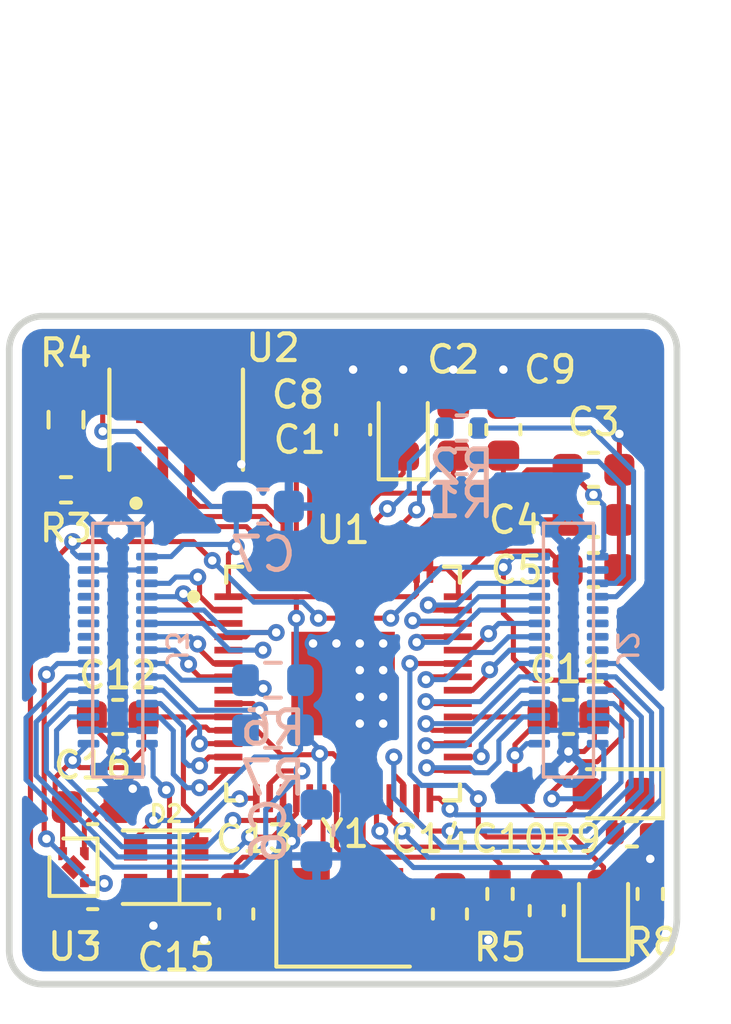
<source format=kicad_pcb>
(kicad_pcb (version 20221018) (generator pcbnew)
  (layers (0 "F.Cu" signal) (31 "B.Cu" signal) (34 "B.Paste" user) (35 "F.Paste" user) (36 "B.SilkS" user "B.Silkscreen") (37 "F.SilkS" user "F.Silkscreen") (38 "B.Mask" user) (39 "F.Mask" user) (44 "Edge.Cuts" user))
  (net 0 "")
  (net 1 "+3V3")
  (net 2 "GND")
  (net 3 "Net-(U1-VREG_VOUT)")
  (net 4 "/XIN")
  (net 5 "Net-(C14-Pad1)")
  (net 6 "+5V")
  (net 7 "Net-(D1-K)")
  (net 8 "/USB_DP")
  (net 9 "/USB_DM")
  (net 10 "/LED")
  (net 12 "/LED_DI")
  (net 23 "Net-(U1-USB_DM)")
  (net 24 "Net-(U1-USB_DP)")
  (net 25 "/TX0")
  (net 26 "/RX0")
  (net 27 "/SCK0")
  (net 28 "/MOSI0")
  (net 29 "/MISO0")
  (net 30 "/GPIO5")
  (net 31 "/qCSN")
  (net 32 "/XOUT")
  (net 33 "/SDA")
  (net 34 "/GPIO9")
  (net 35 "/GPIO10")
  (net 36 "/GPIO11")
  (net 37 "/MISO1")
  (net 38 "/SWCLK")
  (net 39 "/SWDIO")
  (net 40 "/RUN")
  (net 41 "/GPIO13")
  (net 42 "/SCK1")
  (net 43 "/qSD3")
  (net 44 "/qSD0")
  (net 45 "/qSD2")
  (net 46 "/qSD1")
  (net 47 "/MOSI1")
  (net 48 "/GPIO16")
  (net 49 "/GPIO17")
  (net 50 "/GPIO18")
  (net 51 "/GPIO19")
  (net 52 "/GPIO20")
  (net 53 "/GPIO21")
  (net 54 "/GPIO22")
  (net 55 "/GPIO23")
  (net 56 "/GPIO24")
  (net 57 "/ADC0")
  (net 58 "/ADC1")
  (net 59 "/ADC2")
  (net 60 "/ADC3")
  (net 61 "/SCL")
  (net 62 "Net-(U2-~{CS})")
  (net 63 "Net-(D3-K)")
  (net 64 "/qSCK")
  (net 65 "/VREG_EN")
  (footprint "Capacitor_SMD:C_0603_1608Metric" (layer "F.Cu") (at 36.75 32)
    (fp_text reference "C11")
    (fp_text value "1u")
  )
  (footprint "Resistor_SMD:R_0402_1005Metric" (layer "F.Cu") (at 21.7 25.2)
    (fp_text reference "R3")
    (fp_text value "1k")
  )
  (footprint "Capacitor_SMD:C_0603_1608Metric" (layer "F.Cu") (at 22.5 38.265)
    (fp_text reference "C15")
    (fp_text value "1u")
  )
  (footprint "Resistor_SMD:R_0402_1005Metric" (layer "F.Cu") (at 39.2 37.3 90)
    (fp_text reference "R8")
    (fp_text value "27.4")
  )
  (footprint "Capacitor_SMD:C_0603_1608Metric" (layer "F.Cu") (at 37.5 26.1)
    (fp_text reference "C4")
    (fp_text value "100n")
  )
  (footprint "Capacitor_SMD:C_0603_1608Metric" (layer "F.Cu") (at 23.25 32 180)
    (fp_text reference "C12")
    (fp_text value "100n")
  )
  (footprint "Customs_LED:LED_WS2812B_PLCC4_2.0x2.0mm_P0.4mm" (layer "F.Cu") (at 24.7 36.5)
    (fp_text reference "D2")
    (fp_text value "WS2812B")
  )
  (footprint "Capacitor_SMD:C_0603_1608Metric" (layer "F.Cu") (at 33.3 23.4 90)
    (fp_text reference "C2")
    (fp_text value "100n")
  )
  (footprint "Capacitor_SMD:C_0603_1608Metric" (layer "F.Cu") (at 37.5 27.6)
    (fp_text reference "C5")
    (fp_text value "100n")
  )
  (footprint "Customs_Memory:SON80P400X300X60-10N" (layer "F.Cu") (at 25 23.1 90)
    (fp_text reference "U2")
    (fp_text value locked "MX25L3233FZBI")
  )
  (footprint "Resistor_SMD:R_0603_1608Metric" (layer "F.Cu") (at 21.7 23.1 90)
    (fp_text reference "R4")
    (fp_text value "10k")
  )
  (footprint "Capacitor_SMD:C_0603_1608Metric" (layer "F.Cu") (at 33.2 37.9 -90)
    (fp_text reference "C14")
    (fp_text value "22pf")
  )
  (footprint "Capacitor_SMD:C_0603_1608Metric" (layer "F.Cu") (at 37.5 24.6)
    (fp_text reference "C3")
    (fp_text value "100n")
  )
  (footprint "Capacitor_SMD:C_0603_1608Metric" (layer "F.Cu") (at 22.5 34.7)
    (fp_text reference "C16")
    (fp_text value "1u")
  )
  (footprint "LED_SMD:LED_0603_1608Metric" (layer "F.Cu") (at 37.8 37.8 90)
    (fp_text reference "D1" hide)
    (fp_text value "LED")
  )
  (footprint "LED_SMD:LED_0603_1608Metric" (layer "F.Cu") (at 38.1 34.3 180)
    (fp_text reference "D3" hide)
    (fp_text value "LED")
  )
  (footprint "Crystal:Crystal_SMD_SeikoEpson_TSX3225-4Pin_3.2x2.5mm" (layer "F.Cu") (at 30 37.9)
    (fp_text reference "Y1")
    (fp_text value "12MHz")
  )
  (footprint "Resistor_SMD:R_0402_1005Metric" (layer "F.Cu") (at 38.65 35.5)
    (fp_text reference "R9")
    (fp_text value "27.4")
  )
  (footprint "Capacitor_SMD:C_0603_1608Metric" (layer "F.Cu") (at 36.1 37.8 -90)
    (fp_text reference "C10")
    (fp_text value "100n")
  )
  (footprint "Capacitor_SMD:C_0603_1608Metric" (layer "F.Cu") (at 26.8 37.9 -90)
    (fp_text reference "C13")
    (fp_text value "22pf")
  )
  (footprint "RP2040:QFN40P700X700X90-57N" (layer "F.Cu") (at 30 31)
    (fp_text reference "U1")
    (fp_text value "RP2040")
  )
  (footprint "LED_SMD:LED_0603_1608Metric" (layer "F.Cu") (at 31.8 23.4 90)
    (fp_text reference "C1")
    (fp_text value "100n")
  )
  (footprint "Capacitor_SMD:C_0603_1608Metric" (layer "F.Cu") (at 30.3 23.4 90)
    (fp_text reference "C8")
    (fp_text value "1u")
  )
  (footprint "Resistor_SMD:R_0402_1005Metric" (layer "F.Cu") (at 34.7 37.3 -90)
    (fp_text reference "R5")
    (fp_text value "1k")
  )
  (footprint "Capacitor_SMD:C_0603_1608Metric" (layer "F.Cu") (at 34.8 23.4 90)
    (fp_text reference "C9")
    (fp_text value "100n")
  )
  (footprint "Package_DFN_QFN:OnSemi_XDFN4-1EP_1.0x1.0mm_EP0.52x0.52mm" (layer "F.Cu") (at 21.925 36.5)
    (fp_text reference "U3")
    (fp_text value "NCP163AFCT330T2G")
  )
  (footprint "Resistor_SMD:R_0603_1608Metric" (layer "B.Cu") (at 27.9 30.9)
    (fp_text reference "R6")
    (fp_text value "4.7k")
  )
  (footprint "Resistor_SMD:R_0402_1005Metric" (layer "B.Cu") (at 33.55 23.35)
    (fp_text reference "R2")
    (fp_text value "27")
  )
  (footprint "Customs_Connectors:TE-3-2363962-0_30x0.4mm_Plug" (layer "B.Cu") (at 23.25 30 90)
    (fp_text reference "J3")
    (fp_text value "Conn_02x15_Top_Bottom")
  )
  (footprint "Customs_Connectors:TE-3-2363962-0_30x0.4mm_Plug" (layer "B.Cu") (at 36.75 30 90)
    (fp_text reference "J2")
    (fp_text value "Conn_02x15_Top_Bottom")
  )
  (footprint "Resistor_SMD:R_0603_1608Metric" (layer "B.Cu") (at 27.9 32.4)
    (fp_text reference "R7")
    (fp_text value "4.7k")
  )
  (footprint "Resistor_SMD:R_0402_1005Metric" (layer "B.Cu") (at 33.55 24.35)
    (fp_text reference "R1")
    (fp_text value "27")
  )
  (footprint "Capacitor_SMD:C_0603_1608Metric" (layer "B.Cu") (at 29.2 35.4 -90)
    (fp_text reference "C6")
    (fp_text value "100n")
  )
  (footprint "Capacitor_SMD:C_0603_1608Metric" (layer "B.Cu") (at 27.6 25.7)
    (fp_text reference "C7")
    (fp_text value "100n")
  )
  (gr_arc (start 20 20.999993) (mid 20.292891 20.292889) (end 20.999993 19.999993) (stroke (width 0.2)) (layer "Edge.Cuts"))
  (gr_line (start 38 40) (end 21.000001 40) (stroke (width 0.2)) (layer "Edge.Cuts"))
  (gr_line (start 20.999993 19.999993) (end 39.000127 19.999873) (stroke (width 0.2)) (layer "Edge.Cuts"))
  (gr_arc (start 39.000127 19.999873) (mid 39.707161 20.292809) (end 40 20.999873) (stroke (width 0.2)) (layer "Edge.Cuts"))
  (gr_line (start 40 20.999873) (end 40 38) (stroke (width 0.2)) (layer "Edge.Cuts"))
  (gr_arc (start 40 38) (mid 39.414214 39.414214) (end 38 40) (stroke (width 0.2)) (layer "Edge.Cuts"))
  (gr_line (start 20.000001 39) (end 20 20.999993) (stroke (width 0.2)) (layer "Edge.Cuts"))
  (gr_arc (start 21.000001 40) (mid 20.292894 39.707107) (end 20.000001 39) (stroke (width 0.2)) (layer "Edge.Cuts"))
  (segment (start 33.75 26.8) (end 34.45 26.1) (width 0.15) (layer "F.Cu") (net 1))
  (segment (start 24.025 32) (end 26.565 32) (width 0.1524) (layer "F.Cu") (net 1))
  (segment (start 30.6 25.8) (end 30.6 27.865) (width 0.15) (layer "F.Cu") (net 1))
  (segment (start 35.147626 34.347626) (end 35.147626 33.151382) (width 0.1524) (layer "F.Cu") (net 1))
  (segment (start 32.6 27.565) (end 33.115 27.565) (width 0.15) (layer "F.Cu") (net 1))
  (segment (start 31.5 25) (end 30.9 25) (width 0.15) (layer "F.Cu") (net 1))
  (segment (start 22.8 22.765) (end 22.8 23.45) (width 0.1524) (layer "F.Cu") (net 1))
  (segment (start 27.0175 32) (end 26.565 32) (width 0.1524) (layer "F.Cu") (net 1))
  (segment (start 29.7 33.1) (end 30.2 33.6) (width 0.1524) (layer "F.Cu") (net 1))
  (segment (start 31.8 24.175) (end 31.8 24.7) (width 0.15) (layer "F.Cu") (net 1))
  (segment (start 23.4824 33.5176) (end 24.025 32.975) (width 0.1524) (layer "F.Cu") (net 1))
  (segment (start 30.2 27.565) (end 30.2 28.4) (width 0.1524) (layer "F.Cu") (net 1))
  (segment (start 21.375 34.65) (end 21.375 33.825) (width 0.15) (layer "F.Cu") (net 1))
  (segment (start 26.565 28.4) (end 28.5 28.4) (width 0.1524) (layer "F.Cu") (net 1))
  (segment (start 21.375 33.825) (end 21.9 33.3) (width 0.15) (layer "F.Cu") (net 1))
  (segment (start 26.565 28.4) (end 26.565 27.135) (width 0.1524) (layer "F.Cu") (net 1))
  (segment (start 23.4425 21.765) (end 22.8 22.4075) (width 0.1524) (layer "F.Cu") (net 1))
  (segment (start 22.8 22.4075) (end 22.8 22.765) (width 0.1524) (layer "F.Cu") (net 1))
  (segment (start 30.6 28.4) (end 31.003427 28.4) (width 0.1524) (layer "F.Cu") (net 1))
  (segment (start 35.147626 33.151382) (end 35.147626 32.827374) (width 0.1524) (layer "F.Cu") (net 1))
  (segment (start 30.2 25.7) (end 30.2 27.865) (width 0.15) (layer "F.Cu") (net 1))
  (segment (start 37.3125 34.3) (end 36.6625 34.95) (width 0.1524) (layer "F.Cu") (net 1))
  (segment (start 29.3 33.1) (end 29.267678 33.132322) (width 0.1524) (layer "F.Cu") (net 1))
  (segment (start 33.45 28.385) (end 33.435 28.4) (width 0.15) (layer "F.Cu") (net 1))
  (segment (start 33.700658 26.427) (end 32.735448 26.427) (width 0.15) (layer "F.Cu") (net 1))
  (segment (start 32.6 27.865) (end 32.6 27) (width 0.15) (layer "F.Cu") (net 1))
  (segment (start 32.1175 28.4) (end 32.2 28.3175) (width 0.1524) (layer "F.Cu") (net 1))
  (segment (start 32.2 26.962448) (end 32.2 27.865) (width 0.15) (layer "F.Cu") (net 1))
  (segment (start 22.1176 33.5176) (end 23.4824 33.5176) (width 0.1524) (layer "F.Cu") (net 1))
  (segment (start 21.6 36.015) (end 21.6 34.875) (width 0.15) (layer "F.Cu") (net 1))
  (segment (start 21.6 34.875) (end 21.375 34.65) (width 0.15) (layer "F.Cu") (net 1))
  (segment (start 36.75 24.6) (end 37.5 25.35) (width 0.15) (layer "F.Cu") (net 1))
  (segment (start 34.45 26.1) (end 36.725 26.1) (width 0.15) (layer "F.Cu") (net 1))
  (segment (start 28.149822 33.132322) (end 27.0175 32) (width 0.1524) (layer "F.Cu") (net 1))
  (segment (start 28.5 28.4) (end 28.6 28.4) (width 0.1524) (layer "F.Cu") (net 1))
  (segment (start 30.6 27.565) (end 30.6 28.4) (width 0.1524) (layer "F.Cu") (net 1))
  (segment (start 32.2 28.3175) (end 32.2 27.565) (width 0.1524) (layer "F.Cu") (net 1))
  (segment (start 36.725 24.6) (end 35.527658 24.6) (width 0.15) (layer "F.Cu") (net 1))
  (segment (start 30.2 28.4) (end 30.6 28.4) (width 0.1524) (layer "F.Cu") (net 1))
  (segment (start 33.3 24.175) (end 33.3 24.9) (width 0.15) (layer "F.Cu") (net 1))
  (segment (start 33.3 24.9) (end 32.9 25.3) (width 0.15) (layer "F.Cu") (net 1))
  (segment (start 30.2 33.6) (end 30.2 34.435) (width 0.1524) (layer "F.Cu") (net 1))
  (segment (start 36.1603 27.0353) (end 34.3147 27.0353) (width 0.1524) (layer "F.Cu") (net 1))
  (segment (start 33.45 27.9) (end 33.45 28.385) (width 0.15) (layer "F.Cu") (net 1))
  (segment (start 23.785 35.6341) (end 23.785 35.95) (width 0.1524) (layer "F.Cu") (net 1))
  (segment (start 36.6625 34.95) (end 35.75 34.95) (width 0.1524) (layer "F.Cu") (net 1))
  (segment (start 29.3 33.1) (end 29.7 33.1) (width 0.1524) (layer "F.Cu") (net 1))
  (segment (start 32.6 27.565) (end 32.2 27.565) (width 0.15) (layer "F.Cu") (net 1))
  (segment (start 31.8 24.7) (end 31.5 25) (width 0.15) (layer "F.Cu") (net 1))
  (segment (start 31.003427 28.4) (end 32.1175 28.4) (width 0.1524) (layer "F.Cu") (net 1))
  (segment (start 21.9 33.3) (end 22.1176 33.5176) (width 0.1524) (layer "F.Cu") (net 1))
  (segment (start 31.1 25.3) (end 30.6 25.8) (width 0.15) (layer "F.Cu") (net 1))
  (segment (start 23.8 21.765) (end 23.4425 21.765) (width 0.1524) (layer "F.Cu") (net 1))
  (segment (start 32.8 26.8) (end 33.75 26.8) (width 0.15) (layer "F.Cu") (net 1))
  (segment (start 21.7 22.275) (end 22.31 22.275) (width 0.1524) (layer "F.Cu") (net 1))
  (segment (start 22.31 22.275) (end 22.8 22.765) (width 0.1524) (layer "F.Cu") (net 1))
  (segment (start 36.725 24.6) (end 36.75 24.6) (width 0.15) (layer "F.Cu") (net 1))
  (segment (start 28.6 28.4) (end 30.2 28.4) (width 0.1524) (layer "F.Cu") (net 1))
  (segment (start 33.115 27.565) (end 33.45 27.9) (width 0.15) (layer "F.Cu") (net 1))
  (segment (start 34.3147 27.0353) (end 33.45 27.9) (width 0.1524) (layer "F.Cu") (net 1))
  (segment (start 32.735448 26.427) (end 32.2 26.962448) (width 0.15) (layer "F.Cu") (net 1))
  (segment (start 32.9 25.3) (end 31.1 25.3) (width 0.15) (layer "F.Cu") (net 1))
  (segment (start 24.3191 35.1) (end 23.785 35.6341) (width 0.1524) (layer "F.Cu") (net 1))
  (segment (start 26.565 27.135) (end 26.8 26.9) (width 0.1524) (layer "F.Cu") (net 1))
  (segment (start 35.75 34.95) (end 35.147626 34.347626) (width 0.1524) (layer "F.Cu") (net 1))
  (segment (start 29.267678 33.132322) (end 28.149822 33.132322) (width 0.1524) (layer "F.Cu") (net 1))
  (segment (start 36.725 27.6) (end 36.1603 27.0353) (width 0.1524) (layer "F.Cu") (net 1))
  (segment (start 24.025 32.975) (end 24.025 32) (width 0.1524) (layer "F.Cu") (net 1))
  (segment (start 28.6 29.044098) (end 28.6 28.4) (width 0.1524) (layer "F.Cu") (net 1))
  (segment (start 30.9 25) (end 30.2 25.7) (width 0.15) (layer "F.Cu") (net 1))
  (segment (start 35.975 32) (end 33.435 32) (width 0.1524) (layer "F.Cu") (net 1))
  (segment (start 32.6 27) (end 32.8 26.8) (width 0.15) (layer "F.Cu") (net 1))
  (segment (start 35.147626 32.827374) (end 35.975 32) (width 0.1524) (layer "F.Cu") (net 1))
  (segment (start 35.527658 24.6) (end 33.700658 26.427) (width 0.15) (layer "F.Cu") (net 1))
  (via (at 35.147626 33.151382) (size 0.508) (drill 0.254) (layers "F.Cu" "B.Cu") (net 1))
  (via (at 22.8 23.45) (size 0.508) (drill 0.254) (layers "F.Cu" "B.Cu") (net 1))
  (via (at 24.3191 35.1) (size 0.508) (drill 0.254) (layers "F.Cu" "B.Cu") (net 1))
  (via (at 29.3 33.1) (size 0.508) (drill 0.254) (layers "F.Cu" "B.Cu") (net 1))
  (via (at 37.5 25.35) (size 0.508) (drill 0.254) (layers "F.Cu" "B.Cu") (net 1))
  (via (at 26.8 26.9) (size 0.508) (drill 0.254) (layers "F.Cu" "B.Cu") (net 1))
  (via (at 28.6 29.044098) (size 0.508) (drill 0.254) (layers "F.Cu" "B.Cu") (net 1))
  (via (at 21.9 33.3) (size 0.508) (drill 0.254) (layers "F.Cu" "B.Cu") (net 1))
  (segment (start 35.875 32.8) (end 35.499008 32.8) (width 0.1524) (layer "B.Cu") (net 1))
  (segment (start 22.8 23.45) (end 23.8 23.45) (width 0.1524) (layer "B.Cu") (net 1))
  (segment (start 35.499008 32.8) (end 35.147626 33.151382) (width 0.1524) (layer "B.Cu") (net 1))
  (segment (start 29.3 33.1) (end 29.3 32.975) (width 0.1524) (layer "B.Cu") (net 1))
  (segment (start 37.625 27.2) (end 37.8086 27.0164) (width 0.1524) (layer "B.Cu") (net 1))
  (segment (start 28.6 30.775) (end 28.725 30.9) (width 0.1524) (layer "B.Cu") (net 1))
  (segment (start 29.3 32.975) (end 28.725 32.4) (width 0.1524) (layer "B.Cu") (net 1))
  (segment (start 28.725 32.975) (end 28.725 32.4) (width 0.1524) (layer "B.Cu") (net 1))
  (segment (start 24.85 27.2) (end 25.215713 26.834287) (width 0.1524) (layer "B.Cu") (net 1))
  (segment (start 28.5 33.2) (end 28.725 32.975) (width 0.1524) (layer "B.Cu") (net 1))
  (segment (start 26.8 26.9) (end 26.8 25.725) (width 0.1524) (layer "B.Cu") (net 1))
  (segment (start 25.456132 35.1) (end 27.356132 33.2) (width 0.1524) (layer "B.Cu") (net 1))
  (segment (start 28.725 32.525) (end 28.725 32.4) (width 0.1524) (layer "B.Cu") (net 1))
  (segment (start 26.05 25.7) (end 26.825 25.7) (width 0.1524) (layer "B.Cu") (net 1))
  (segment (start 21.9 33.275) (end 22.375 32.8) (width 0.1524) (layer "B.Cu") (net 1))
  (segment (start 21.9 33.3) (end 21.9 33.275) (width 0.1524) (layer "B.Cu") (net 1))
  (segment (start 28.6 29.044098) (end 28.6 30.775) (width 0.1524) (layer "B.Cu") (net 1))
  (segment (start 27.356132 33.2) (end 28.5 33.2) (width 0.1524) (layer "B.Cu") (net 1))
  (segment (start 29.3 34.525) (end 29.2 34.625) (width 0.1524) (layer "B.Cu") (net 1))
  (segment (start 26.8 25.725) (end 26.825 25.7) (width 0.1524) (layer "B.Cu") (net 1))
  (segment (start 25.215713 26.834287) (end 26.734287 26.834287) (width 0.1524) (layer "B.Cu") (net 1))
  (segment (start 26.734287 26.834287) (end 26.8 26.9) (width 0.1524) (layer "B.Cu") (net 1))
  (segment (start 28.725 30.9) (end 28.725 32.4) (width 0.1524) (layer "B.Cu") (net 1))
  (segment (start 37.8086 25.6586) (end 37.5 25.35) (width 0.1524) (layer "B.Cu") (net 1))
  (segment (start 37.8086 27.0164) (end 37.8086 25.6586) (width 0.1524) (layer "B.Cu") (net 1))
  (segment (start 29.3 33.1) (end 29.3 34.525) (width 0.1524) (layer "B.Cu") (net 1))
  (segment (start 24.125 27.2) (end 24.85 27.2) (width 0.1524) (layer "B.Cu") (net 1))
  (segment (start 24.3191 35.1) (end 25.456132 35.1) (width 0.1524) (layer "B.Cu") (net 1))
  (segment (start 23.8 23.45) (end 26.05 25.7) (width 0.1524) (layer "B.Cu") (net 1))
  (segment (start 23.035 34.815) (end 22.675 34.815) (width 0.15) (layer "F.Cu") (net 2))
  (segment (start 31.8 22.625) (end 31.8 21.6) (width 0.15) (layer "F.Cu") (net 2))
  (segment (start 38.275 26.1) (end 38.275 24.6) (width 0.15) (layer "F.Cu") (net 2))
  (segment (start 22.84 34.65) (end 22.25 35.24) (width 0.1524) (layer "F.Cu") (net 2))
  (segment (start 25.615 38.450107) (end 25.840119 38.675226) (width 0.1524) (layer "F.Cu") (net 2))
  (segment (start 26.95 24.435) (end 26.2 24.435) (width 0.1524) (layer "F.Cu") (net 2))
  (segment (start 23.7 34.15) (end 23.425 34.15) (width 0.1524) (layer "F.Cu") (net 2))
  (segment (start 22.25 36.015) (end 22.25 35.24) (width 0.15) (layer "F.Cu") (net 2))
  (segment (start 33.3 22.625) (end 33.3 21.6) (width 0.15) (layer "F.Cu") (net 2))
  (segment (start 23.425 34.15) (end 22.925 34.65) (width 0.1524) (layer "F.Cu") (net 2))
  (segment (start 23.275 38.265) (end 24.3041 38.265) (width 0.1524) (layer "F.Cu") (net 2))
  (segment (start 24.3041 38.265) (end 24.3191 38.25) (width 0.1524) (layer "F.Cu") (net 2))
  (segment (start 39.16 36.21) (end 39.16 35.4) (width 0.1524) (layer "F.Cu") (net 2))
  (segment (start 37.215 33.035) (end 36.75 33.035) (width 0.1524) (layer "F.Cu") (net 2))
  (segment (start 38.275 24.6) (end 38.275 23.525) (width 0.15) (layer "F.Cu") (net 2))
  (segment (start 22.925 34.65) (end 22.84 34.65) (width 0.1524) (layer "F.Cu") (net 2))
  (segment (start 25.615 37.05) (end 25.615 38.450107) (width 0.1524) (layer "F.Cu") (net 2))
  (segment (start 22.475 32.26) (end 23.25 33.035) (width 0.1524) (layer "F.Cu") (net 2))
  (segment (start 39.2 36.79) (end 39.2 36.25) (width 0.1524) (layer "F.Cu") (net 2))
  (segment (start 39.2 36.25) (end 39.16 36.21) (width 0.1524) (layer "F.Cu") (net 2))
  (segment (start 29 35.179418) (end 29 34.435) (width 0.1524) (layer "F.Cu") (net 2))
  (segment (start 38.275 27.6) (end 38.275 26.1) (width 0.15) (layer "F.Cu") (net 2))
  (segment (start 36.1 38.575) (end 35.975 38.7) (width 0.1524) (layer "F.Cu") (net 2))
  (segment (start 26.8 38.675) (end 25.840345 38.675) (width 0.15) (layer "F.Cu") (net 2))
  (segment (start 37.525 32.725) (end 37.215 33.035) (width 0.1524) (layer "F.Cu") (net 2))
  (segment (start 34.8 22.625) (end 34.8 21.6) (width 0.15) (layer "F.Cu") (net 2))
  (segment (start 22.475 32) (end 22.475 32.26) (width 0.1524) (layer "F.Cu") (net 2))
  (segment (start 28.460318 35.7191) (end 29 35.179418) (width 0.1524) (layer "F.Cu") (net 2))
  (segment (start 35.975 38.7) (end 34.375 38.7) (width 0.1524) (layer "F.Cu") (net 2))
  (segment (start 34.375 38.7) (end 34.35 38.675) (width 0.1524) (layer "F.Cu") (net 2))
  (segment (start 30.3 22.625) (end 30.3 21.6) (width 0.15) (layer "F.Cu") (net 2))
  (segment (start 33.2 38.675) (end 34.35 38.675) (width 0.15) (layer "F.Cu") (net 2))
  (segment (start 37.525 32) (end 37.525 32.725) (width 0.1524) (layer "F.Cu") (net 2))
  (via (at 28.460318 35.7191) (size 0.508) (drill 0.254) (layers "F.Cu" "B.Cu") (net 2))
  (via (at 31.2 30.6) (size 0.508) (drill 0.254) (layers "F.Cu" "B.Cu") (net 2))
  (via (at 29.1 29.8) (size 0.508) (drill 0.254) (layers "F.Cu" "B.Cu") (net 2))
  (via (at 25.840119 38.675226) (size 0.508) (drill 0.254) (layers "F.Cu" "B.Cu") (net 2))
  (via (at 31.2 29.8) (size 0.508) (drill 0.254) (layers "F.Cu" "B.Cu") (net 2))
  (via (at 24.3191 38.25) (size 0.508) (drill 0.254) (layers "F.Cu" "B.Cu") (net 2))
  (via (at 29.8 29.8) (size 0.508) (drill 0.254) (layers "F.Cu" "B.Cu") (net 2))
  (via (at 36.75 33.035) (size 0.508) (drill 0.254) (layers "F.Cu" "B.Cu") (net 2))
  (via (at 23.25 33.035) (size 0.508) (drill 0.254) (layers "F.Cu" "B.Cu") (net 2))
  (via (at 30.3 21.6) (size 0.508) (drill 0.254) (layers "F.Cu" "B.Cu") (net 2))
  (via (at 30.5 32.2) (size 0.508) (drill 0.254) (layers "F.Cu" "B.Cu") (net 2))
  (via (at 34.35 38.675) (size 0.508) (drill 0.254) (layers "F.Cu" "B.Cu") (net 2))
  (via (at 26.95 24.435) (size 0.508) (drill 0.254) (layers "F.Cu" "B.Cu") (net 2))
  (via (at 31.8 21.6) (size 0.508) (drill 0.254) (layers "F.Cu" "B.Cu") (net 2))
  (via (at 23.7 34.15) (size 0.508) (drill 0.254) (layers "F.Cu" "B.Cu") (net 2))
  (via (at 30.5 29.8) (size 0.508) (drill 0.254) (layers "F.Cu" "B.Cu") (net 2))
  (via (at 30.5 30.6) (size 0.508) (drill 0.254) (layers "F.Cu" "B.Cu") (net 2))
  (via (at 30.5 31.4) (size 0.508) (drill 0.254) (layers "F.Cu" "B.Cu") (net 2))
  (via (at 33.3 21.6) (size 0.508) (drill 0.254) (layers "F.Cu" "B.Cu") (net 2))
  (via (at 38.275 23.525) (size 0.508) (drill 0.254) (layers "F.Cu" "B.Cu") (net 2))
  (via (at 31.2 32.2) (size 0.508) (drill 0.254) (layers "F.Cu" "B.Cu") (net 2))
  (via (at 31.2 31.4) (size 0.508) (drill 0.254) (layers "F.Cu" "B.Cu") (net 2))
  (via (at 39.2 36.25) (size 0.508) (drill 0.254) (layers "F.Cu" "B.Cu") (net 2))
  (via (at 34.8 21.6) (size 0.508) (drill 0.254) (layers "F.Cu" "B.Cu") (net 2))
  (segment (start 23.25 27.6) (end 23.25 26.965) (width 0.1524) (layer "B.Cu") (net 2))
  (segment (start 23.25 33.035) (end 23.25 32.4) (width 0.1524) (layer "B.Cu") (net 2))
  (segment (start 36.75 33.035) (end 36.75 32.4) (width 0.1524) (layer "B.Cu") (net 2))
  (segment (start 35.875 32.4) (end 36.75 32.4) (width 0.1524) (layer "B.Cu") (net 2))
  (segment (start 23.25 27.6) (end 24.125 27.6) (width 0.1524) (layer "B.Cu") (net 2))
  (segment (start 36.75 33.035) (end 37.315 33.6) (width 0.1524) (layer "B.Cu") (net 2))
  (segment (start 36.185 26.4) (end 36.75 26.965) (width 0.1524) (layer "B.Cu") (net 2))
  (segment (start 23.815 33.6) (end 23.3575 33.1425) (width 0.1524) (layer "B.Cu") (net 2))
  (segment (start 23.25 32.4) (end 24.125 32.4) (width 0.1524) (layer "B.Cu") (net 2))
  (segment (start 36.75 32.4) (end 37.625 32.4) (width 0.1524) (layer "B.Cu") (net 2))
  (segment (start 36.75 26.965) (end 36.75 27.6) (width 0.1524) (layer "B.Cu") (net 2))
  (segment (start 23.25 26.965) (end 22.685 26.4) (width 0.1524) (layer "B.Cu") (net 2))
  (segment (start 22.685 33.6) (end 23.25 33.035) (width 0.1524) (layer "B.Cu") (net 2))
  (segment (start 22.375 27.6) (end 23.25 27.6) (width 0.1524) (layer "B.Cu") (net 2))
  (segment (start 36.75 26.965) (end 37.315 26.4) (width 0.1524) (layer "B.Cu") (net 2))
  (segment (start 23.815 26.4) (end 23.25 26.965) (width 0.1524) (layer "B.Cu") (net 2))
  (segment (start 22.375 32.4) (end 23.25 32.4) (width 0.1524) (layer "B.Cu") (net 2))
  (segment (start 36.185 33.6) (end 36.75 33.035) (width 0.1524) (layer "B.Cu") (net 2))
  (segment (start 36.75 27.6) (end 37.625 27.6) (width 0.1524) (layer "B.Cu") (net 2))
  (segment (start 36.75 27.6) (end 35.875 27.6) (width 0.1524) (layer "B.Cu") (net 2))
  (segment (start 23.3575 33.1425) (end 23.25 33.035) (width 0.1524) (layer "B.Cu") (net 2))
  (segment (start 30.3 24.175) (end 30.3 25.1) (width 0.15) (layer "F.Cu") (net 3))
  (segment (start 31.8 26.9) (end 32.6 26.1) (width 0.15) (layer "F.Cu") (net 3))
  (segment (start 30.6 35.7) (end 30.7976 35.8976) (width 0.15) (layer "F.Cu") (net 3))
  (segment (start 30.6 34.435) (end 30.6 35.7) (width 0.15) (layer "F.Cu") (net 3))
  (segment (start 31.8 27.865) (end 31.8 26.9) (width 0.15) (layer "F.Cu") (net 3))
  (segment (start 35.5976 35.8976) (end 36.1 36.4) (width 0.15) (layer "F.Cu") (net 3))
  (segment (start 32.6 26.1) (end 33.6 26.1) (width 0.15) (layer "F.Cu") (net 3))
  (segment (start 30.7976 35.8976) (end 35.5976 35.8976) (width 0.15) (layer "F.Cu") (net 3))
  (segment (start 33.6 26.1) (end 34.8 24.9) (width 0.15) (layer "F.Cu") (net 3))
  (segment (start 29.8 25.6) (end 29.8 27.865) (width 0.15) (layer "F.Cu") (net 3))
  (segment (start 34.8 24.9) (end 34.8 24.175) (width 0.15) (layer "F.Cu") (net 3))
  (segment (start 30.3 25.1) (end 29.8 25.6) (width 0.15) (layer "F.Cu") (net 3))
  (segment (start 36.1 36.4) (end 36.1 37.025) (width 0.15) (layer "F.Cu") (net 3))
  (segment (start 26.8 37.125) (end 27.425 37.125) (width 0.15) (layer "F.Cu") (net 4))
  (segment (start 29.1 36.2) (end 27 36.2) (width 0.15) (layer "F.Cu") (net 4))
  (segment (start 27 36.2) (end 26.8 36.4) (width 0.15) (layer "F.Cu") (net 4))
  (segment (start 27.7 38.4) (end 28 38.7) (width 0.15) (layer "F.Cu") (net 4))
  (segment (start 29.4 34.835) (end 29.4 35.9) (width 0.15) (layer "F.Cu") (net 4))
  (segment (start 29.4 34.435) (end 29.4 34.835) (width 0.1524) (layer "F.Cu") (net 4))
  (segment (start 26.785 37.31) (end 26.8 37.325) (width 0.15) (layer "F.Cu") (net 4))
  (segment (start 26.8 36.4) (end 26.8 37.125) (width 0.15) (layer "F.Cu") (net 4))
  (segment (start 29.4 35.9) (end 29.1 36.2) (width 0.15) (layer "F.Cu") (net 4))
  (segment (start 27.425 37.125) (end 27.7 37.4) (width 0.15) (layer "F.Cu") (net 4))
  (segment (start 27.7 37.4) (end 27.7 38.4) (width 0.15) (layer "F.Cu") (net 4))
  (segment (start 28 38.7) (end 28.9 38.7) (width 0.15) (layer "F.Cu") (net 4))
  (segment (start 26.825 37.3) (end 26.8 37.325) (width 0.15) (layer "F.Cu") (net 4))
  (segment (start 31.1 38.7) (end 32 38.7) (width 0.15) (layer "F.Cu") (net 5))
  (segment (start 34 37.6) (end 34.21 37.81) (width 0.15) (layer "F.Cu") (net 5))
  (segment (start 32.575 37.125) (end 33.2 37.125) (width 0.15) (layer "F.Cu") (net 5))
  (segment (start 32 38.7) (end 32.3 38.4) (width 0.15) (layer "F.Cu") (net 5))
  (segment (start 33.825 37.125) (end 34 37.3) (width 0.15) (layer "F.Cu") (net 5))
  (segment (start 32.3 38.4) (end 32.3 37.4) (width 0.15) (layer "F.Cu") (net 5))
  (segment (start 34 37.3) (end 34 37.6) (width 0.15) (layer "F.Cu") (net 5))
  (segment (start 34.21 37.81) (end 34.7 37.81) (width 0.15) (layer "F.Cu") (net 5))
  (segment (start 32.3 37.4) (end 32.575 37.125) (width 0.15) (layer "F.Cu") (net 5))
  (segment (start 33.2 37.125) (end 33.825 37.125) (width 0.15) (layer "F.Cu") (net 5))
  (segment (start 20.634501 37.884501) (end 21.015 38.265) (width 0.1524) (layer "F.Cu") (net 6))
  (segment (start 20.634501 28.015499) (end 20.634501 37.884501) (width 0.1524) (layer "F.Cu") (net 6))
  (segment (start 38.35 31.45) (end 38.35 32.6) (width 0.1524) (layer "F.Cu") (net 6))
  (segment (start 35.75 30.9) (end 37.8 30.9) (width 0.1524) (layer "F.Cu") (net 6))
  (segment (start 29.260719 29.043282) (end 29.259903 29.044098) (width 0.1524) (layer "F.Cu") (net 6))
  (segment (start 25.516013 26.75) (end 21.9 26.75) (width 0.1524) (layer "F.Cu") (net 6))
  (segment (start 24.8 34.281793) (end 24.8 39) (width 0.15) (layer "F.Cu") (net 6))
  (segment (start 36.25 34.254852) (end 36.25 34.4505) (width 0.1524) (layer "F.Cu") (net 6))
  (segment (start 21.725 38.925) (end 22 39.2) (width 0.1524) (layer "F.Cu") (net 6))
  (segment (start 38.35 32.6) (end 37.6102 33.3398) (width 0.1524) (layer "F.Cu") (net 6))
  (segment (start 31.427564 29.043282) (end 29.260719 29.043282) (width 0.1524) (layer "F.Cu") (net 6))
  (segment (start 21.6 38.14) (end 21.725 38.265) (width 0.1524) (layer "F.Cu") (net 6))
  (segment (start 34.8 27.5179) (end 34.8 28.9) (width 0.1524) (layer "F.Cu") (net 6))
  (segment (start 24.8 39) (end 24.6 39.2) (width 0.15) (layer "F.Cu") (net 6))
  (segment (start 37.165052 33.3398) (end 36.25 34.254852) (width 0.1524) (layer "F.Cu") (net 6))
  (segment (start 26.0829 27.316887) (end 25.516013 26.75) (width 0.1524) (layer "F.Cu") (net 6))
  (segment (start 34.8 28.9) (end 35.1 29.2) (width 0.1524) (layer "F.Cu") (net 6))
  (segment (start 24.704486 34.186279) (end 24.8 34.281793) (width 0.15) (layer "F.Cu") (net 6))
  (segment (start 21.6 36.985) (end 21.6 38.14) (width 0.1524) (layer "F.Cu") (net 6))
  (segment (start 21.725 38.265) (end 21.725 38.925) (width 0.1524) (layer "F.Cu") (net 6))
  (segment (start 21.9 26.75) (end 20.634501 28.015499) (width 0.1524) (layer "F.Cu") (net 6))
  (segment (start 22 39.2) (end 24.6 39.2) (width 0.1524) (layer "F.Cu") (net 6))
  (segment (start 35.1 29.2) (end 35.1 30.25) (width 0.1524) (layer "F.Cu") (net 6))
  (segment (start 37.8 30.9) (end 38.35 31.45) (width 0.1524) (layer "F.Cu") (net 6))
  (segment (start 35.1 30.25) (end 35.75 30.9) (width 0.1524) (layer "F.Cu") (net 6))
  (segment (start 37.6102 33.3398) (end 37.165052 33.3398) (width 0.1524) (layer "F.Cu") (net 6))
  (segment (start 21.015 38.265) (end 21.725 38.265) (width 0.1524) (layer "F.Cu") (net 6))
  (via (at 26.0829 27.316887) (size 0.508) (drill 0.254) (layers "F.Cu" "B.Cu") (net 6))
  (via (at 21.9 26.75) (size 0.508) (drill 0.254) (layers "F.Cu" "B.Cu") (net 6))
  (via (at 29.259903 29.044098) (size 0.508) (drill 0.254) (layers "F.Cu" "B.Cu") (net 6))
  (via (at 24.704486 34.186279) (size 0.508) (drill 0.254) (layers "F.Cu" "B.Cu") (net 6))
  (via (at 31.427564 29.043282) (size 0.508) (drill 0.254) (layers "F.Cu" "B.Cu") (net 6))
  (via (at 34.8 27.5179) (size 0.508) (drill 0.254) (layers "F.Cu" "B.Cu") (net 6))
  (via (at 36.25 34.4505) (size 0.508) (drill 0.254) (layers "F.Cu" "B.Cu") (net 6))
  (segment (start 34.8 27.5179) (end 32.952946 27.5179) (width 0.1524) (layer "B.Cu") (net 6))
  (segment (start 29.259903 29.044098) (end 29.259903 29.021501) (width 0.1524) (layer "B.Cu") (net 6))
  (segment (start 21.9 27.05) (end 21.9 26.75) (width 0.1524) (layer "B.Cu") (net 6))
  (segment (start 24.3086 33.790393) (end 24.3086 32.9836) (width 0.1524) (layer "B.Cu") (net 6))
  (segment (start 37.8086 32.9836) (end 37.625 32.8) (width 0.1524) (layer "B.Cu") (net 6))
  (segment (start 36.25 34.4505) (end 37.211888 34.4505) (width 0.1524) (layer "B.Cu") (net 6))
  (segment (start 29.259903 29.021501) (end 28.7999 28.561498) (width 0.1524) (layer "B.Cu") (net 6))
  (segment (start 24.3086 32.9836) (end 24.125 32.8) (width 0.1524) (layer "B.Cu") (net 6))
  (segment (start 22.375 27.2) (end 22.05 27.2) (width 0.1524) (layer "B.Cu") (net 6))
  (segment (start 37.8086 33.853788) (end 37.8086 32.9836) (width 0.1524) (layer "B.Cu") (net 6))
  (segment (start 28.7999 28.561498) (end 27.32751 28.561498) (width 0.1524) (layer "B.Cu") (net 6))
  (segment (start 35.1179 27.2) (end 34.8 27.5179) (width 0.1524) (layer "B.Cu") (net 6))
  (segment (start 27.32751 28.561498) (end 26.0829 27.316887) (width 0.1524) (layer "B.Cu") (net 6))
  (segment (start 32.952946 27.5179) (end 31.427564 29.043282) (width 0.1524) (layer "B.Cu") (net 6))
  (segment (start 35.875 27.2) (end 35.1179 27.2) (width 0.1524) (layer "B.Cu") (net 6))
  (segment (start 24.704486 34.186279) (end 24.3086 33.790393) (width 0.1524) (layer "B.Cu") (net 6))
  (segment (start 22.05 27.2) (end 21.9 27.05) (width 0.1524) (layer "B.Cu") (net 6))
  (segment (start 37.211888 34.4505) (end 37.8086 33.853788) (width 0.1524) (layer "B.Cu") (net 6))
  (segment (start 39.2 37.81) (end 39.2 38.3) (width 0.1524) (layer "F.Cu") (net 7))
  (segment (start 38.9125 38.5875) (end 37.8 38.5875) (width 0.1524) (layer "F.Cu") (net 7))
  (segment (start 39.2 38.3) (end 38.9125 38.5875) (width 0.1524) (layer "F.Cu") (net 7))
  (segment (start 38.7 24.65) (end 38.7 27.881052) (width 0.1524) (layer "B.Cu") (net 8))
  (segment (start 38.7 27.881052) (end 38.181052 28.4) (width 0.1524) (layer "B.Cu") (net 8))
  (segment (start 37.4 23.35) (end 38.7 24.65) (width 0.1524) (layer "B.Cu") (net 8))
  (segment (start 38.181052 28.4) (end 37.625 28.4) (width 0.1524) (layer "B.Cu") (net 8))
  (segment (start 34.06 23.35) (end 37.4 23.35) (width 0.1524) (layer "B.Cu") (net 8))
  (segment (start 37.65 24.35) (end 38.3952 25.0952) (width 0.1524) (layer "B.Cu") (net 9))
  (segment (start 38.3952 25.0952) (end 38.3952 27.7548) (width 0.1524) (layer "B.Cu") (net 9))
  (segment (start 38.15 28) (end 37.625 28) (width 0.1524) (layer "B.Cu") (net 9))
  (segment (start 38.3952 27.7548) (end 38.15 28) (width 0.1524) (layer "B.Cu") (net 9))
  (segment (start 34.06 24.35) (end 37.65 24.35) (width 0.1524) (layer "B.Cu") (net 9))
  (segment (start 33.435 30.4) (end 32 30.4) (width 0.1524) (layer "F.Cu") (net 10))
  (segment (start 34.05 34.45) (end 34.05 35.35) (width 0.1524) (layer "F.Cu") (net 10))
  (segment (start 36.894 35.594) (end 37.8 36.5) (width 0.1524) (layer "F.Cu") (net 10))
  (segment (start 37.8 36.5) (end 37.8 37.0125) (width 0.1524) (layer "F.Cu") (net 10))
  (segment (start 34.294 35.594) (end 36.894 35.594) (width 0.1524) (layer "F.Cu") (net 10))
  (segment (start 34.05 35.35) (end 34.294 35.594) (width 0.1524) (layer "F.Cu") (net 10))
  (via (at 32 30.4) (size 0.508) (drill 0.254) (layers "F.Cu" "B.Cu") (net 10))
  (via (at 34.05 34.45) (size 0.508) (drill 0.254) (layers "F.Cu" "B.Cu") (net 10))
  (segment (start 32.349895 34.05) (end 33.3 34.05) (width 0.1524) (layer "B.Cu") (net 10))
  (segment (start 33.3 34.05) (end 33.65 34.05) (width 0.1524) (layer "B.Cu") (net 10))
  (segment (start 32 30.4) (end 32 33.700105) (width 0.1524) (layer "B.Cu") (net 10))
  (segment (start 33.65 34.05) (end 34.05 34.45) (width 0.1524) (layer "B.Cu") (net 10))
  (segment (start 32 33.700105) (end 32.349895 34.05) (width 0.1524) (layer "B.Cu") (net 10))
  (segment (start 25.216922 34.616922) (end 25.615 35.015) (width 0.1524) (layer "F.Cu") (net 12))
  (segment (start 26.565 32.4) (end 25.9838 32.4) (width 0.1524) (layer "F.Cu") (net 12))
  (segment (start 25.216922 32.601878) (end 25.216922 34.616922) (width 0.1524) (layer "F.Cu") (net 12))
  (segment (start 25.9838 32.4) (end 25.8886 32.3048) (width 0.1524) (layer "F.Cu") (net 12))
  (segment (start 25.8886 32.3048) (end 25.514 32.3048) (width 0.1524) (layer "F.Cu") (net 12))
  (segment (start 25.615 35.015) (end 25.615 35.95) (width 0.1524) (layer "F.Cu") (net 12))
  (segment (start 25.514 32.3048) (end 25.216922 32.601878) (width 0.1524) (layer "F.Cu") (net 12))
  (segment (start 32.2 25.8) (end 31.4 26.6) (width 0.15) (layer "F.Cu") (net 23))
  (segment (start 31.4 26.6) (end 31.4 27.865) (width 0.15) (layer "F.Cu") (net 23))
  (via (at 32.2 25.8) (size 0.508) (drill 0.254) (layers "F.Cu" "B.Cu") (net 23))
  (segment (start 32.2862 25.1038) (end 33.04 24.35) (width 0.15) (layer "B.Cu") (net 23))
  (segment (start 32.2 25.8) (end 32.2862 25.7138) (width 0.15) (layer "B.Cu") (net 23))
  (segment (start 32.2862 25.7138) (end 32.2862 25.1038) (width 0.15) (layer "B.Cu") (net 23))
  (segment (start 31 26.090391) (end 31 27.565) (width 0.15) (layer "F.Cu") (net 24))
  (segment (start 31.327391 25.763) (end 31 26.090391) (width 0.15) (layer "F.Cu") (net 24))
  (via (at 31.327391 25.763) (size 0.508) (drill 0.254) (layers "F.Cu" "B.Cu") (net 24))
  (segment (start 33.04 23.35) (end 31.9826 24.4074) (width 0.1524) (layer "B.Cu") (net 24))
  (segment (start 31.9826 24.4074) (end 31.9826 25.1999) (width 0.1524) (layer "B.Cu") (net 24))
  (segment (start 31.4195 25.763) (end 31.327391 25.763) (width 0.1524) (layer "B.Cu") (net 24))
  (segment (start 31.9826 25.1999) (end 31.4195 25.763) (width 0.1524) (layer "B.Cu") (net 24))
  (segment (start 25.7 27.865448) (end 25.7 28.374775) (width 0.1524) (layer "F.Cu") (net 25))
  (segment (start 26.125225 28.8) (end 26.565 28.8) (width 0.1524) (layer "F.Cu") (net 25))
  (segment (start 25.645974 27.811422) (end 25.7 27.865448) (width 0.1524) (layer "F.Cu") (net 25))
  (segment (start 25.7 28.374775) (end 26.125225 28.8) (width 0.1524) (layer "F.Cu") (net 25))
  (via (at 25.645974 27.811422) (size 0.508) (drill 0.254) (layers "F.Cu" "B.Cu") (net 25))
  (segment (start 24.988578 27.811422) (end 24.8 28) (width 0.1524) (layer "B.Cu") (net 25))
  (segment (start 24.125 28) (end 24.8 28) (width 0.1524) (layer "B.Cu") (net 25))
  (segment (start 25.645974 27.811422) (end 24.988578 27.811422) (width 0.1524) (layer "B.Cu") (net 25))
  (segment (start 23.879883 27.995117) (end 23.875 28) (width 0.1524) (layer "B.Cu") (net 25))
  (segment (start 25.2179 28.5179) (end 25.9 29.2) (width 0.1524) (layer "F.Cu") (net 26))
  (segment (start 25.2179 28.313641) (end 25.2179 28.5179) (width 0.1524) (layer "F.Cu") (net 26))
  (segment (start 25.9 29.2) (end 26.565 29.2) (width 0.1524) (layer "F.Cu") (net 26))
  (via (at 25.2179 28.313641) (size 0.508) (drill 0.254) (layers "F.Cu" "B.Cu") (net 26))
  (segment (start 25.131541 28.4) (end 25.2179 28.313641) (width 0.1524) (layer "B.Cu") (net 26))
  (segment (start 24.125 28.4) (end 25.131541 28.4) (width 0.1524) (layer "B.Cu") (net 26))
  (segment (start 27.079678 29.6) (end 26.565 29.6) (width 0.1524) (layer "F.Cu") (net 27))
  (segment (start 27.2076 29.472078) (end 27.079678 29.6) (width 0.1524) (layer "F.Cu") (net 27))
  (segment (start 27.995942 29.472078) (end 27.2076 29.472078) (width 0.1524) (layer "F.Cu") (net 27))
  (via (at 27.995942 29.472078) (size 0.508) (drill 0.254) (layers "F.Cu" "B.Cu") (net 27))
  (segment (start 26.50313 29.472078) (end 25.831052 28.8) (width 0.1524) (layer "B.Cu") (net 27))
  (segment (start 24.125 28.8) (end 25.831052 28.8) (width 0.1524) (layer "B.Cu") (net 27))
  (segment (start 27.995942 29.472078) (end 26.50313 29.472078) (width 0.1524) (layer "B.Cu") (net 27))
  (segment (start 26.565 30) (end 27.6 30) (width 0.1524) (layer "F.Cu") (net 28))
  (via (at 27.6 30) (size 0.508) (drill 0.254) (layers "F.Cu" "B.Cu") (net 28))
  (segment (start 26.6 30) (end 25.8 29.2) (width 0.1524) (layer "B.Cu") (net 28))
  (segment (start 25.8 29.2) (end 24.125 29.2) (width 0.1524) (layer "B.Cu") (net 28))
  (segment (start 27.6 30) (end 26.6 30) (width 0.1524) (layer "B.Cu") (net 28))
  (segment (start 26.125225 30.4) (end 26.565 30.4) (width 0.1524) (layer "F.Cu") (net 29))
  (segment (start 25.64457 29.816943) (end 25.64457 29.919345) (width 0.1524) (layer "F.Cu") (net 29))
  (segment (start 25.64457 29.919345) (end 26.125225 30.4) (width 0.1524) (layer "F.Cu") (net 29))
  (via (at 25.64457 29.816943) (size 0.508) (drill 0.254) (layers "F.Cu" "B.Cu") (net 29))
  (segment (start 25.64457 29.816943) (end 25.427627 29.6) (width 0.1524) (layer "B.Cu") (net 29))
  (segment (start 25.427627 29.6) (end 24.125 29.6) (width 0.1524) (layer "B.Cu") (net 29))
  (segment (start 25.7 30.8) (end 26.565 30.8) (width 0.1524) (layer "F.Cu") (net 30))
  (segment (start 25.371949 30.471949) (end 25.7 30.8) (width 0.1524) (layer "F.Cu") (net 30))
  (segment (start 25.371949 30.4179) (end 25.371949 30.471949) (width 0.1524) (layer "F.Cu") (net 30))
  (via (at 25.371949 30.4179) (size 0.508) (drill 0.254) (layers "F.Cu" "B.Cu") (net 30))
  (segment (start 25.371949 30.4179) (end 24.954049 30) (width 0.1524) (layer "B.Cu") (net 30))
  (segment (start 24.954049 30) (end 23.875 30) (width 0.1524) (layer "B.Cu") (net 30))
  (segment (start 27.4 27.865) (end 27.4 26.6) (width 0.15) (layer "F.Cu") (net 31))
  (segment (start 24.45 25.8) (end 21.4 25.8) (width 0.15) (layer "F.Cu") (net 31))
  (segment (start 24.9524 26.3024) (end 24.45 25.8) (width 0.15) (layer "F.Cu") (net 31))
  (segment (start 21.19 25.59) (end 21.19 25.2) (width 0.15) (layer "F.Cu") (net 31))
  (segment (start 21.4 25.8) (end 21.19 25.59) (width 0.15) (layer "F.Cu") (net 31))
  (segment (start 27.1024 26.3024) (end 24.9524 26.3024) (width 0.15) (layer "F.Cu") (net 31))
  (segment (start 27.4 26.6) (end 27.1024 26.3024) (width 0.15) (layer "F.Cu") (net 31))
  (segment (start 34.7 36.4) (end 34.5 36.2) (width 0.15) (layer "F.Cu") (net 32))
  (segment (start 34.7 36.79) (end 34.7 36.4) (width 0.15) (layer "F.Cu") (net 32))
  (segment (start 29.8 34.435) (end 29.8 34.835) (width 0.1524) (layer "F.Cu") (net 32))
  (segment (start 29.8 35.9) (end 29.8 34.835) (width 0.15) (layer "F.Cu") (net 32))
  (segment (start 34.5 36.2) (end 30.1 36.2) (width 0.15) (layer "F.Cu") (net 32))
  (segment (start 30.1 36.2) (end 29.8 35.9) (width 0.15) (layer "F.Cu") (net 32))
  (segment (start 27.557563 31.2) (end 26.565 31.2) (width 0.1524) (layer "F.Cu") (net 33))
  (segment (start 27.608487 31.149076) (end 27.557563 31.2) (width 0.1524) (layer "F.Cu") (net 33))
  (via (at 27.608487 31.149076) (size 0.508) (drill 0.254) (layers "F.Cu" "B.Cu") (net 33))
  (segment (start 27.359411 30.9) (end 27.608487 31.149076) (width 0.1524) (layer "B.Cu") (net 33))
  (segment (start 25.162104 30.9) (end 24.662104 30.4) (width 0.1524) (layer "B.Cu") (net 33))
  (segment (start 27.075 30.9) (end 25.162104 30.9) (width 0.1524) (layer "B.Cu") (net 33))
  (segment (start 24.662104 30.4) (end 23.875 30.4) (width 0.1524) (layer "B.Cu") (net 33))
  (segment (start 27.075 30.9) (end 27.359411 30.9) (width 0.1524) (layer "B.Cu") (net 33))
  (segment (start 26.565 32.8) (end 25.7013 32.8) (width 0.1524) (layer "F.Cu") (net 34))
  (via (at 25.7013 32.8) (size 0.508) (drill 0.254) (layers "F.Cu" "B.Cu") (net 34))
  (segment (start 23.875 31.2) (end 24.6 31.2) (width 0.1524) (layer "B.Cu") (net 34))
  (segment (start 24.6 31.2) (end 25.7013 32.3013) (width 0.1524) (layer "B.Cu") (net 34))
  (segment (start 25.7013 32.3013) (end 25.7013 32.8) (width 0.1524) (layer "B.Cu") (net 34))
  (segment (start 25.7239 33.4599) (end 25.699522 33.4599) (width 0.1524) (layer "F.Cu") (net 35))
  (segment (start 26.565 33.2) (end 25.9838 33.2) (width 0.1524) (layer "F.Cu") (net 35))
  (segment (start 25.9838 33.2) (end 25.7239 33.4599) (width 0.1524) (layer "F.Cu") (net 35))
  (via (at 25.699522 33.4599) (size 0.508) (drill 0.254) (layers "F.Cu" "B.Cu") (net 35))
  (segment (start 25.2192 33.3) (end 25.2192 32.288148) (width 0.1524) (layer "B.Cu") (net 35))
  (segment (start 24.531052 31.6) (end 23.875 31.6) (width 0.1524) (layer "B.Cu") (net 35))
  (segment (start 25.2192 32.288148) (end 24.531052 31.6) (width 0.1524) (layer "B.Cu") (net 35))
  (segment (start 25.699522 33.4599) (end 25.3791 33.4599) (width 0.1524) (layer "B.Cu") (net 35))
  (segment (start 25.3791 33.4599) (end 25.2192 33.3) (width 0.1524) (layer "B.Cu") (net 35))
  (segment (start 26.045198 34.119802) (end 25.700176 34.119802) (width 0.1524) (layer "F.Cu") (net 36))
  (segment (start 26.565 33.6) (end 26.045198 34.119802) (width 0.1524) (layer "F.Cu") (net 36))
  (via (at 25.700176 34.119802) (size 0.508) (drill 0.254) (layers "F.Cu" "B.Cu") (net 36))
  (segment (start 24.5 32) (end 24.9144 32.4144) (width 0.1524) (layer "B.Cu") (net 36))
  (segment (start 23.875 32) (end 24.5 32) (width 0.1524) (layer "B.Cu") (net 36))
  (segment (start 25.319802 34.119802) (end 24.9144 33.7144) (width 0.1524) (layer "B.Cu") (net 36))
  (segment (start 25.700176 34.119802) (end 25.319802 34.119802) (width 0.1524) (layer "B.Cu") (net 36))
  (segment (start 24.9144 32.4144) (end 24.9144 33.7144) (width 0.1524) (layer "B.Cu") (net 36))
  (segment (start 26.9 34.45) (end 26.915 34.435) (width 0.1524) (layer "F.Cu") (net 37))
  (segment (start 26.915 34.435) (end 27.4 34.435) (width 0.1524) (layer "F.Cu") (net 37))
  (via (at 26.9 34.45) (size 0.508) (drill 0.254) (layers "F.Cu" "B.Cu") (net 37))
  (segment (start 21.4174 33.4999) (end 21.4174 32.404) (width 0.1524) (layer "B.Cu") (net 37))
  (segment (start 23.5001 35.5826) (end 21.4174 33.4999) (width 0.1524) (layer "B.Cu") (net 37))
  (segment (start 21.4174 32.404) (end 21.8214 32) (width 0.1524) (layer "B.Cu") (net 37))
  (segment (start 21.8214 32) (end 22.375 32) (width 0.1524) (layer "B.Cu") (net 37))
  (segment (start 26.537184 34.45) (end 25.404584 35.5826) (width 0.1524) (layer "B.Cu") (net 37))
  (segment (start 26.9 34.45) (end 26.537184 34.45) (width 0.1524) (layer "B.Cu") (net 37))
  (segment (start 25.404584 35.5826) (end 23.5001 35.5826) (width 0.1524) (layer "B.Cu") (net 37))
  (segment (start 31 35.3167) (end 31.1 35.4167) (width 0.1524) (layer "F.Cu") (net 38))
  (segment (start 31 34.435) (end 31 35.3167) (width 0.1524) (layer "F.Cu") (net 38))
  (via (at 31.1 35.4167) (size 0.508) (drill 0.254) (layers "F.Cu" "B.Cu") (net 38))
  (segment (start 37.625 30.4) (end 38.193156 30.4) (width 0.1524) (layer "B.Cu") (net 38))
  (segment (start 37.4911 36.5089) (end 32.1089 36.5089) (width 0.1524) (layer "B.Cu") (net 38))
  (segment (start 38.193156 30.4) (end 39.5428 31.749644) (width 0.1524) (layer "B.Cu") (net 38))
  (segment (start 32.1089 36.5089) (end 31.1 35.5) (width 0.1524) (layer "B.Cu") (net 38))
  (segment (start 39.5428 31.749644) (end 39.5428 34.4572) (width 0.1524) (layer "B.Cu") (net 38))
  (segment (start 39.5428 34.4572) (end 37.4911 36.5089) (width 0.1524) (layer "B.Cu") (net 38))
  (segment (start 31.1 35.5) (end 31.1 35.4167) (width 0.1524) (layer "B.Cu") (net 38))
  (segment (start 31.4 34.435) (end 31.4 35.0342) (width 0.1524) (layer "F.Cu") (net 39))
  (segment (start 31.4 35.0342) (end 31.759903 35.394103) (width 0.1524) (layer "F.Cu") (net 39))
  (segment (start 31.759903 35.394103) (end 31.759903 35.4167) (width 0.1524) (layer "F.Cu") (net 39))
  (via (at 31.759903 35.4167) (size 0.508) (drill 0.254) (layers "F.Cu" "B.Cu") (net 39))
  (segment (start 32.547303 36.2041) (end 31.759903 35.4167) (width 0.1524) (layer "B.Cu") (net 39))
  (segment (start 38.162104 30.8) (end 39.238 31.875896) (width 0.1524) (layer "B.Cu") (net 39))
  (segment (start 37.625 30.8) (end 38.162104 30.8) (width 0.1524) (layer "B.Cu") (net 39))
  (segment (start 39.238 31.875896) (end 39.238 34.330948) (width 0.1524) (layer "B.Cu") (net 39))
  (segment (start 39.238 34.330948) (end 37.364848 36.2041) (width 0.1524) (layer "B.Cu") (net 39))
  (segment (start 37.364848 36.2041) (end 32.547303 36.2041) (width 0.1524) (layer "B.Cu") (net 39))
  (segment (start 31.8 34.003427) (end 31.8 34.435) (width 0.1524) (layer "F.Cu") (net 40))
  (segment (start 31.5179 33.721327) (end 31.8 34.003427) (width 0.1524) (layer "F.Cu") (net 40))
  (segment (start 31.5179 33.2) (end 31.5179 33.721327) (width 0.1524) (layer "F.Cu") (net 40))
  (via (at 31.5179 33.2) (size 0.508) (drill 0.254) (layers "F.Cu" "B.Cu") (net 40))
  (segment (start 31.5179 33.2) (end 31.5179 34.4171) (width 0.1524) (layer "B.Cu") (net 40))
  (segment (start 38.9332 32.002148) (end 38.131052 31.2) (width 0.1524) (layer "B.Cu") (net 40))
  (segment (start 31.5179 34.4171) (end 33.0001 35.8993) (width 0.1524) (layer "B.Cu") (net 40))
  (segment (start 33.0001 35.8993) (end 37.238596 35.8993) (width 0.1524) (layer "B.Cu") (net 40))
  (segment (start 38.9332 34.204696) (end 38.9332 32.002148) (width 0.1524) (layer "B.Cu") (net 40))
  (segment (start 37.238596 35.8993) (end 38.9332 34.204696) (width 0.1524) (layer "B.Cu") (net 40))
  (segment (start 38.131052 31.2) (end 37.625 31.2) (width 0.1524) (layer "B.Cu") (net 40))
  (segment (start 28.767113 33.618104) (end 28.185323 33.618104) (width 0.1524) (layer "F.Cu") (net 41))
  (segment (start 27.8 34.003427) (end 27.8 34.435) (width 0.1524) (layer "F.Cu") (net 41))
  (segment (start 28.185323 33.618104) (end 27.8 34.003427) (width 0.1524) (layer "F.Cu") (net 41))
  (via (at 28.767113 33.618104) (size 0.508) (drill 0.254) (layers "F.Cu" "B.Cu") (net 41))
  (segment (start 28.767113 33.682887) (end 27.6826 34.7674) (width 0.1524) (layer "B.Cu") (net 41))
  (segment (start 23.121344 36.497) (end 20.503 33.878656) (width 0.1524) (layer "B.Cu") (net 41))
  (segment (start 27.6826 35.7999) (end 26.9855 36.497) (width 0.1524) (layer "B.Cu") (net 41))
  (segment (start 27.6826 34.7674) (end 27.6826 35.7999) (width 0.1524) (layer "B.Cu") (net 41))
  (segment (start 20.503 33.878656) (end 20.503 32.025244) (width 0.1524) (layer "B.Cu") (net 41))
  (segment (start 28.767113 33.618104) (end 28.767113 33.682887) (width 0.1524) (layer "B.Cu") (net 41))
  (segment (start 21.728244 30.8) (end 22.375 30.8) (width 0.1524) (layer "B.Cu") (net 41))
  (segment (start 26.9855 36.497) (end 23.121344 36.497) (width 0.1524) (layer "B.Cu") (net 41))
  (segment (start 20.503 32.025244) (end 21.728244 30.8) (width 0.1524) (layer "B.Cu") (net 41))
  (segment (start 28.2 34.866573) (end 27.966573 35.1) (width 0.1524) (layer "F.Cu") (net 42))
  (segment (start 28.2 34.435) (end 28.2 34.866573) (width 0.1524) (layer "F.Cu") (net 42))
  (segment (start 27.966573 35.1) (end 26.7 35.1) (width 0.1524) (layer "F.Cu") (net 42))
  (via (at 26.7 35.1) (size 0.508) (drill 0.254) (layers "F.Cu" "B.Cu") (net 42))
  (segment (start 22.375 31.6) (end 21.790348 31.6) (width 0.1524) (layer "B.Cu") (net 42))
  (segment (start 23.373848 35.8874) (end 25.9126 35.8874) (width 0.1524) (layer "B.Cu") (net 42))
  (segment (start 21.1126 33.626152) (end 23.373848 35.8874) (width 0.1524) (layer "B.Cu") (net 42))
  (segment (start 21.790348 31.6) (end 21.1126 32.277748) (width 0.1524) (layer "B.Cu") (net 42))
  (segment (start 25.9126 35.8874) (end 26.7 35.1) (width 0.1524) (layer "B.Cu") (net 42))
  (segment (start 21.1126 32.277748) (end 21.1126 33.626152) (width 0.1524) (layer "B.Cu") (net 42))
  (segment (start 24.6 20.9) (end 24.6 21.765) (width 0.15) (layer "F.Cu") (net 43))
  (segment (start 27.8 20.7) (end 29.4 22.3) (width 0.15) (layer "F.Cu") (net 43))
  (segment (start 27.573 20.473) (end 25.027 20.473) (width 0.15) (layer "F.Cu") (net 43))
  (segment (start 25.027 20.473) (end 24.6 20.9) (width 0.15) (layer "F.Cu") (net 43))
  (segment (start 27.8 20.7) (end 27.573 20.473) (width 0.15) (layer "F.Cu") (net 43))
  (segment (start 29.4 22.3) (end 29.4 27.865) (width 0.15) (layer "F.Cu") (net 43))
  (segment (start 28.6 27.865) (end 28.6 22.478712) (width 0.15) (layer "F.Cu") (net 44))
  (segment (start 27.886288 21.765) (end 26.365 21.765) (width 0.15) (layer "F.Cu") (net 44))
  (segment (start 28.6 22.478712) (end 27.886288 21.765) (width 0.15) (layer "F.Cu") (net 44))
  (segment (start 28.2 27.865) (end 28.2 26.2) (width 0.15) (layer "F.Cu") (net 45))
  (segment (start 25.4 25.4) (end 25.4 24.435) (width 0.15) (layer "F.Cu") (net 45))
  (segment (start 27.6976 25.6976) (end 25.6976 25.6976) (width 0.15) (layer "F.Cu") (net 45))
  (segment (start 25.6976 25.6976) (end 25.4 25.4) (width 0.15) (layer "F.Cu") (net 45))
  (segment (start 28.2 26.2) (end 27.6976 25.6976) (width 0.15) (layer "F.Cu") (net 45))
  (segment (start 27.537552 26) (end 25.1 26) (width 0.15) (layer "F.Cu") (net 46))
  (segment (start 24.6 25.5) (end 24.6 24.435) (width 0.15) (layer "F.Cu") (net 46))
  (segment (start 27.8 27.865) (end 27.8 26.262448) (width 0.15) (layer "F.Cu") (net 46))
  (segment (start 27.8 26.262448) (end 27.537552 26) (width 0.15) (layer "F.Cu") (net 46))
  (segment (start 25.1 26) (end 24.6 25.5) (width 0.15) (layer "F.Cu") (net 46))
  (segment (start 27.897625 35.6) (end 27.2 35.6) (width 0.1524) (layer "F.Cu") (net 47))
  (segment (start 28.6 34.435) (end 28.6 34.897625) (width 0.1524) (layer "F.Cu") (net 47))
  (segment (start 28.6 34.897625) (end 27.897625 35.6) (width 0.1524) (layer "F.Cu") (net 47))
  (via (at 27.2 35.6) (size 0.508) (drill 0.254) (layers "F.Cu" "B.Cu") (net 47))
  (segment (start 23.247596 36.1922) (end 26.6078 36.1922) (width 0.1524) (layer "B.Cu") (net 47))
  (segment (start 22.375 31.2) (end 21.759296 31.2) (width 0.1524) (layer "B.Cu") (net 47))
  (segment (start 20.8078 32.151496) (end 20.8078 33.752404) (width 0.1524) (layer "B.Cu") (net 47))
  (segment (start 26.6078 36.1922) (end 27.2 35.6) (width 0.1524) (layer "B.Cu") (net 47))
  (segment (start 20.8078 33.752404) (end 23.247596 36.1922) (width 0.1524) (layer "B.Cu") (net 47))
  (segment (start 21.759296 31.2) (end 20.8078 32.151496) (width 0.1524) (layer "B.Cu") (net 47))
  (segment (start 32.5 35.4) (end 32.5167 35.4167) (width 0.1524) (layer "F.Cu") (net 48))
  (segment (start 32.5167 35.4167) (end 33.2 35.4167) (width 0.1524) (layer "F.Cu") (net 48))
  (segment (start 32.2 35.1) (end 32.5 35.4) (width 0.1524) (layer "F.Cu") (net 48))
  (segment (start 32.2 34.435) (end 32.2 35.1) (width 0.1524) (layer "F.Cu") (net 48))
  (via (at 33.2 35.4167) (size 0.508) (drill 0.254) (layers "F.Cu" "B.Cu") (net 48))
  (segment (start 33.2 35.4167) (end 37.290144 35.4167) (width 0.1524) (layer "B.Cu") (net 48))
  (segment (start 38.6284 32.1284) (end 38.1 31.6) (width 0.1524) (layer "B.Cu") (net 48))
  (segment (start 38.1 31.6) (end 37.625 31.6) (width 0.1524) (layer "B.Cu") (net 48))
  (segment (start 38.6284 34.078444) (end 38.6284 32.1284) (width 0.1524) (layer "B.Cu") (net 48))
  (segment (start 37.290144 35.4167) (end 38.6284 34.078444) (width 0.1524) (layer "B.Cu") (net 48))
  (segment (start 32.878203 34.435) (end 33.2 34.756797) (width 0.1524) (layer "F.Cu") (net 49))
  (segment (start 32.6 34.435) (end 32.878203 34.435) (width 0.1524) (layer "F.Cu") (net 49))
  (via (at 33.2 34.756797) (size 0.508) (drill 0.254) (layers "F.Cu" "B.Cu") (net 49))
  (segment (start 33.375803 34.9326) (end 37.343192 34.9326) (width 0.1524) (layer "B.Cu") (net 49))
  (segment (start 37.954607 32) (end 37.625 32) (width 0.1524) (layer "B.Cu") (net 49))
  (segment (start 33.2 34.756797) (end 33.375803 34.9326) (width 0.1524) (layer "B.Cu") (net 49))
  (segment (start 37.343192 34.9326) (end 38.3236 33.952192) (width 0.1524) (layer "B.Cu") (net 49))
  (segment (start 38.3236 32.368993) (end 37.954607 32) (width 0.1524) (layer "B.Cu") (net 49))
  (segment (start 38.3236 33.952192) (end 38.3236 32.368993) (width 0.1524) (layer "B.Cu") (net 49))
  (segment (start 33.435 33.6) (end 32.582395 33.6) (width 0.1524) (layer "F.Cu") (net 50))
  (segment (start 32.582395 33.6) (end 32.504048 33.521653) (width 0.1524) (layer "F.Cu") (net 50))
  (via (at 32.504048 33.521653) (size 0.508) (drill 0.254) (layers "F.Cu" "B.Cu") (net 50))
  (segment (start 33.788408 33.521653) (end 33.937471 33.670716) (width 0.1524) (layer "B.Cu") (net 50))
  (segment (start 34.665526 32.715526) (end 35.381052 32) (width 0.1524) (layer "B.Cu") (net 50))
  (segment (start 34.665526 33.342461) (end 34.665526 32.715526) (width 0.1524) (layer "B.Cu") (net 50))
  (segment (start 35.381052 32) (end 35.875 32) (width 0.1524) (layer "B.Cu") (net 50))
  (segment (start 33.937471 33.670716) (end 34.337271 33.670716) (width 0.1524) (layer "B.Cu") (net 50))
  (segment (start 34.337271 33.670716) (end 34.665526 33.342461) (width 0.1524) (layer "B.Cu") (net 50))
  (segment (start 32.504048 33.521653) (end 33.788408 33.521653) (width 0.1524) (layer "B.Cu") (net 50))
  (segment (start 34.125487 33.2) (end 34.137371 33.188116) (width 0.1524) (layer "F.Cu") (net 51))
  (segment (start 33.435 33.2) (end 34.125487 33.2) (width 0.1524) (layer "F.Cu") (net 51))
  (via (at 34.137371 33.188116) (size 0.508) (drill 0.254) (layers "F.Cu" "B.Cu") (net 51))
  (segment (start 34.137371 32.812629) (end 35.35 31.6) (width 0.1524) (layer "B.Cu") (net 51))
  (segment (start 35.35 31.6) (end 35.875 31.6) (width 0.1524) (layer "B.Cu") (net 51))
  (segment (start 34.137371 33.188116) (end 34.137371 32.812629) (width 0.1524) (layer "B.Cu") (net 51))
  (segment (start 32.544215 32.8) (end 32.4821 32.862115) (width 0.1524) (layer "F.Cu") (net 52))
  (segment (start 33.435 32.8) (end 32.544215 32.8) (width 0.1524) (layer "F.Cu") (net 52))
  (via (at 32.4821 32.862115) (size 0.508) (drill 0.254) (layers "F.Cu" "B.Cu") (net 52))
  (segment (start 35.875 31.2) (end 35.318948 31.2) (width 0.1524) (layer "B.Cu") (net 52))
  (segment (start 33.656833 32.862115) (end 32.4821 32.862115) (width 0.1524) (layer "B.Cu") (net 52))
  (segment (start 35.318948 31.2) (end 33.656833 32.862115) (width 0.1524) (layer "B.Cu") (net 52))
  (segment (start 33.435 32.4) (end 32.679888 32.4) (width 0.1524) (layer "F.Cu") (net 53))
  (segment (start 32.679888 32.4) (end 32.4821 32.202212) (width 0.1524) (layer "F.Cu") (net 53))
  (via (at 32.4821 32.202212) (size 0.508) (drill 0.254) (layers "F.Cu" "B.Cu") (net 53))
  (segment (start 33.885684 32.202212) (end 35.287896 30.8) (width 0.1524) (layer "B.Cu") (net 53))
  (segment (start 35.287896 30.8) (end 35.875 30.8) (width 0.1524) (layer "B.Cu") (net 53))
  (segment (start 32.4821 32.202212) (end 33.885684 32.202212) (width 0.1524) (layer "B.Cu") (net 53))
  (segment (start 32.539791 31.6) (end 32.4821 31.542309) (width 0.1524) (layer "F.Cu") (net 54))
  (segment (start 33.435 31.6) (end 32.539791 31.6) (width 0.1524) (layer "F.Cu") (net 54))
  (via (at 32.4821 31.542309) (size 0.508) (drill 0.254) (layers "F.Cu" "B.Cu") (net 54))
  (segment (start 35.875 30.4) (end 35.256844 30.4) (width 0.1524) (layer "B.Cu") (net 54))
  (segment (start 34.114535 31.542309) (end 32.4821 31.542309) (width 0.1524) (layer "B.Cu") (net 54))
  (segment (start 35.256844 30.4) (end 34.114535 31.542309) (width 0.1524) (layer "B.Cu") (net 54))
  (segment (start 33.874775 31.2) (end 33.435 31.2) (width 0.1524) (layer "F.Cu") (net 55))
  (segment (start 34.387525 30.68725) (end 33.874775 31.2) (width 0.1524) (layer "F.Cu") (net 55))
  (segment (start 34.387525 30.587525) (end 34.387525 30.68725) (width 0.1524) (layer "F.Cu") (net 55))
  (via (at 34.387525 30.587525) (size 0.508) (drill 0.254) (layers "F.Cu" "B.Cu") (net 55))
  (segment (start 35.875 30) (end 35.239068 30) (width 0.1524) (layer "B.Cu") (net 55))
  (segment (start 34.98762 30) (end 34.400095 30.587525) (width 0.1524) (layer "B.Cu") (net 55))
  (segment (start 35.239068 30) (end 34.98762 30) (width 0.1524) (layer "B.Cu") (net 55))
  (segment (start 34.400095 30.587525) (end 34.387525 30.587525) (width 0.1524) (layer "B.Cu") (net 55))
  (segment (start 33.435 30.8) (end 32.564506 30.8) (width 0.1524) (layer "F.Cu") (net 56))
  (segment (start 32.564506 30.8) (end 32.4821 30.882406) (width 0.1524) (layer "F.Cu") (net 56))
  (via (at 32.4821 30.882406) (size 0.508) (drill 0.254) (layers "F.Cu" "B.Cu") (net 56))
  (segment (start 34.486153 30.070415) (end 34.956568 29.6) (width 0.1524) (layer "B.Cu") (net 56))
  (segment (start 32.4821 30.882406) (end 33.067594 30.882406) (width 0.1524) (layer "B.Cu") (net 56))
  (segment (start 33.067594 30.882406) (end 33.879585 30.070415) (width 0.1524) (layer "B.Cu") (net 56))
  (segment (start 33.879585 30.070415) (end 34.486153 30.070415) (width 0.1524) (layer "B.Cu") (net 56))
  (segment (start 34.956568 29.6) (end 35.875 29.6) (width 0.1524) (layer "B.Cu") (net 56))
  (segment (start 34.35545 29.519325) (end 33.874775 30) (width 0.1524) (layer "F.Cu") (net 57))
  (segment (start 34.35545 29.50545) (end 34.35545 29.519325) (width 0.1524) (layer "F.Cu") (net 57))
  (segment (start 33.874775 30) (end 33.435 30) (width 0.1524) (layer "F.Cu") (net 57))
  (via (at 34.35545 29.50545) (size 0.508) (drill 0.254) (layers "F.Cu" "B.Cu") (net 57))
  (segment (start 34.35545 29.50545) (end 34.6609 29.2) (width 0.1524) (layer "B.Cu") (net 57))
  (segment (start 34.6609 29.2) (end 35.875 29.2) (width 0.1524) (layer "B.Cu") (net 57))
  (segment (start 32.36849 29.6) (end 32.202875 29.765615) (width 0.1524) (layer "F.Cu") (net 58))
  (segment (start 33.435 29.6) (end 32.36849 29.6) (width 0.1524) (layer "F.Cu") (net 58))
  (via (at 32.202875 29.765615) (size 0.508) (drill 0.254) (layers "F.Cu" "B.Cu") (net 58))
  (segment (start 35.875 28.8) (end 34.094604 28.8) (width 0.1524) (layer "B.Cu") (net 58))
  (segment (start 34.094604 28.8) (end 33.128989 29.765615) (width 0.1524) (layer "B.Cu") (net 58))
  (segment (start 33.128989 29.765615) (end 32.202875 29.765615) (width 0.1524) (layer "B.Cu") (net 58))
  (segment (start 32.166758 29.2) (end 32.083379 29.116621) (width 0.1524) (layer "F.Cu") (net 59))
  (segment (start 33.435 29.2) (end 32.166758 29.2) (width 0.1524) (layer "F.Cu") (net 59))
  (via (at 32.083379 29.116621) (size 0.508) (drill 0.254) (layers "F.Cu" "B.Cu") (net 59))
  (segment (start 35.875 28.4) (end 34.063552 28.4) (width 0.1524) (layer "B.Cu") (net 59))
  (segment (start 34.063552 28.4) (end 33.330952 29.1326) (width 0.1524) (layer "B.Cu") (net 59))
  (segment (start 33.330952 29.1326) (end 32.099358 29.1326) (width 0.1524) (layer "B.Cu") (net 59))
  (segment (start 32.099358 29.1326) (end 32.083379 29.116621) (width 0.1524) (layer "B.Cu") (net 59))
  (segment (start 33.435 28.8) (end 32.7 28.8) (width 0.1524) (layer "F.Cu") (net 60))
  (segment (start 32.7 28.8) (end 32.55 28.65) (width 0.1524) (layer "F.Cu") (net 60))
  (via (at 32.55 28.65) (size 0.508) (drill 0.254) (layers "F.Cu" "B.Cu") (net 60))
  (segment (start 34.0325 28) (end 35.875 28) (width 0.1524) (layer "B.Cu") (net 60))
  (segment (start 32.55 28.65) (end 33.3825 28.65) (width 0.1524) (layer "B.Cu") (net 60))
  (segment (start 33.3825 28.65) (end 34.0325 28) (width 0.1524) (layer "B.Cu") (net 60))
  (segment (start 27.5 31.8) (end 27.3 31.6) (width 0.1524) (layer "F.Cu") (net 61))
  (segment (start 27.3 31.6) (end 26.565 31.6) (width 0.1524) (layer "F.Cu") (net 61))
  (via (at 27.5 31.8) (size 0.508) (drill 0.254) (layers "F.Cu" "B.Cu") (net 61))
  (segment (start 25.631052 31.8) (end 24.631052 30.8) (width 0.1524) (layer "B.Cu") (net 61))
  (segment (start 24.631052 30.8) (end 23.875 30.8) (width 0.1524) (layer "B.Cu") (net 61))
  (segment (start 27.5 31.8) (end 25.631052 31.8) (width 0.1524) (layer "B.Cu") (net 61))
  (segment (start 22.21 25.16) (end 22.935 24.435) (width 0.1524) (layer "F.Cu") (net 62))
  (segment (start 22.425 23.925) (end 21.7 23.925) (width 0.1524) (layer "F.Cu") (net 62))
  (segment (start 22.935 24.435) (end 22.425 23.925) (width 0.1524) (layer "F.Cu") (net 62))
  (segment (start 22.21 25.2) (end 22.21 25.16) (width 0.1524) (layer "F.Cu") (net 62))
  (segment (start 23.8 24.435) (end 22.935 24.435) (width 0.1524) (layer "F.Cu") (net 62))
  (segment (start 38.14 35.06) (end 38.14 35.5) (width 0.1524) (layer "F.Cu") (net 63))
  (segment (start 38.8875 34.3125) (end 38.14 35.06) (width 0.1524) (layer "F.Cu") (net 63))
  (segment (start 38.8875 34.3) (end 38.8875 34.3125) (width 0.1524) (layer "F.Cu") (net 63))
  (segment (start 27.4 20.8) (end 29 22.4) (width 0.15) (layer "F.Cu") (net 64))
  (segment (start 25.4 21.765) (end 25.4 21) (width 0.15) (layer "F.Cu") (net 64))
  (segment (start 25.6 20.8) (end 27.4 20.8) (width 0.15) (layer "F.Cu") (net 64))
  (segment (start 25.4 21) (end 25.6 20.8) (width 0.15) (layer "F.Cu") (net 64))
  (segment (start 29 22.4) (end 29 27.865) (width 0.15) (layer "F.Cu") (net 64))
  (segment (start 21.116601 35.65) (end 21.0464 35.579799) (width 0.1524) (layer "F.Cu") (net 65))
  (segment (start 21.0464 30.800051) (end 21.116601 30.72985) (width 0.1524) (layer "F.Cu") (net 65))
  (segment (start 21.0464 35.579799) (end 21.0464 30.800051) (width 0.1524) (layer "F.Cu") (net 65))
  (segment (start 22.85 36.985) (end 22.25 36.985) (width 0.1524) (layer "F.Cu") (net 65))
  (via (at 22.85 36.985) (size 0.508) (drill 0.254) (layers "F.Cu" "B.Cu") (net 65))
  (via (at 21.116601 30.72985) (size 0.508) (drill 0.254) (layers "F.Cu" "B.Cu") (net 65))
  (via (at 21.116601 35.65) (size 0.508) (drill 0.254) (layers "F.Cu" "B.Cu") (net 65))
  (segment (start 22.451601 36.985) (end 21.116601 35.65) (width 0.1524) (layer "B.Cu") (net 65))
  (segment (start 21.116601 30.72985) (end 21.446451 30.4) (width 0.1524) (layer "B.Cu") (net 65))
  (segment (start 22.85 36.985) (end 22.451601 36.985) (width 0.1524) (layer "B.Cu") (net 65))
  (segment (start 21.446451 30.4) (end 22.375 30.4) (width 0.1524) (layer "B.Cu") (net 65))
  (zone locked (net 2) (net_name "GND") (layer "B.Cu") (connect_pads (clearance 0.25)) (min_thickness 0.2) (fill yes (thermal_gap 0.25) (thermal_bridge_width 0.25))
    (polygon (pts (xy 20 40) (xy 40 40) (xy 40 20) (xy 20 20)))
  )
)
</source>
